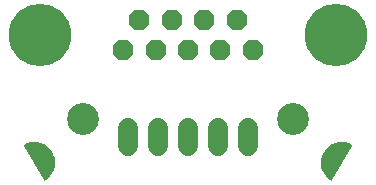
<source format=gbr>
G04 EAGLE Gerber RS-274X export*
G75*
%MOMM*%
%FSLAX34Y34*%
%LPD*%
%INSoldermask Top*%
%IPPOS*%
%AMOC8*
5,1,8,0,0,1.08239X$1,22.5*%
G01*
%ADD10P,1.869504X8X22.500000*%
%ADD11C,5.283200*%
%ADD12C,1.203200*%
%ADD13C,2.703200*%
%ADD14C,1.727200*%

G36*
X57677Y62210D02*
X57677Y62210D01*
X57748Y62207D01*
X57775Y62217D01*
X57804Y62219D01*
X57894Y62261D01*
X57934Y62276D01*
X57942Y62284D01*
X57955Y62290D01*
X60258Y63889D01*
X60282Y63915D01*
X60322Y63942D01*
X62331Y65899D01*
X62350Y65928D01*
X62385Y65961D01*
X64044Y68222D01*
X64059Y68253D01*
X64088Y68292D01*
X65352Y70795D01*
X65361Y70829D01*
X65383Y70872D01*
X66219Y73549D01*
X66222Y73583D01*
X66237Y73629D01*
X66620Y76408D01*
X66618Y76442D01*
X66624Y76490D01*
X66545Y79293D01*
X66537Y79327D01*
X66536Y79375D01*
X65997Y82127D01*
X65983Y82159D01*
X65974Y82207D01*
X64989Y84832D01*
X64974Y84857D01*
X64969Y84877D01*
X64961Y84888D01*
X64954Y84907D01*
X63550Y87335D01*
X63527Y87361D01*
X63503Y87403D01*
X61719Y89566D01*
X61692Y89588D01*
X61661Y89625D01*
X59545Y91466D01*
X59515Y91483D01*
X59479Y91515D01*
X57088Y92982D01*
X57056Y92993D01*
X57015Y93019D01*
X54416Y94072D01*
X54382Y94079D01*
X54337Y94097D01*
X51600Y94708D01*
X51565Y94709D01*
X51518Y94720D01*
X48718Y94872D01*
X48684Y94867D01*
X48636Y94870D01*
X45848Y94560D01*
X45815Y94549D01*
X45767Y94544D01*
X43069Y93779D01*
X43039Y93763D01*
X42992Y93750D01*
X40457Y92551D01*
X40433Y92534D01*
X40406Y92524D01*
X40354Y92475D01*
X40297Y92432D01*
X40283Y92407D01*
X40262Y92387D01*
X40233Y92322D01*
X40197Y92261D01*
X40194Y92232D01*
X40182Y92205D01*
X40181Y92134D01*
X40172Y92063D01*
X40180Y92035D01*
X40180Y92006D01*
X40214Y91913D01*
X40226Y91872D01*
X40233Y91863D01*
X40238Y91850D01*
X57238Y62450D01*
X57257Y62428D01*
X57270Y62402D01*
X57323Y62354D01*
X57370Y62301D01*
X57396Y62289D01*
X57418Y62269D01*
X57485Y62246D01*
X57549Y62216D01*
X57578Y62214D01*
X57606Y62205D01*
X57677Y62210D01*
G37*
G36*
X300496Y62211D02*
X300496Y62211D01*
X300567Y62210D01*
X300594Y62221D01*
X300623Y62225D01*
X300685Y62259D01*
X300750Y62287D01*
X300771Y62308D01*
X300796Y62322D01*
X300859Y62398D01*
X300889Y62429D01*
X300893Y62439D01*
X300902Y62450D01*
X317902Y91850D01*
X317911Y91878D01*
X317928Y91902D01*
X317943Y91971D01*
X317965Y92039D01*
X317963Y92068D01*
X317969Y92096D01*
X317956Y92166D01*
X317950Y92237D01*
X317937Y92263D01*
X317931Y92291D01*
X317891Y92350D01*
X317859Y92413D01*
X317836Y92432D01*
X317820Y92456D01*
X317738Y92513D01*
X317705Y92540D01*
X317695Y92543D01*
X317683Y92551D01*
X315148Y93750D01*
X315114Y93758D01*
X315071Y93779D01*
X312373Y94544D01*
X312338Y94546D01*
X312292Y94560D01*
X309504Y94870D01*
X309470Y94867D01*
X309422Y94872D01*
X306622Y94720D01*
X306588Y94711D01*
X306540Y94708D01*
X303803Y94097D01*
X303771Y94083D01*
X303724Y94072D01*
X301125Y93019D01*
X301096Y93000D01*
X301052Y92982D01*
X298661Y91515D01*
X298636Y91491D01*
X298595Y91466D01*
X296479Y89625D01*
X296458Y89598D01*
X296421Y89566D01*
X294637Y87403D01*
X294621Y87372D01*
X294590Y87335D01*
X293186Y84907D01*
X293175Y84874D01*
X293168Y84861D01*
X293158Y84847D01*
X293158Y84844D01*
X293151Y84832D01*
X292166Y82207D01*
X292160Y82172D01*
X292143Y82127D01*
X291604Y79375D01*
X291604Y79341D01*
X291595Y79293D01*
X291516Y76490D01*
X291522Y76456D01*
X291520Y76408D01*
X291903Y73629D01*
X291915Y73597D01*
X291921Y73549D01*
X292757Y70872D01*
X292774Y70841D01*
X292788Y70795D01*
X294052Y68292D01*
X294074Y68265D01*
X294096Y68222D01*
X295755Y65961D01*
X295781Y65938D01*
X295809Y65899D01*
X297818Y63942D01*
X297847Y63923D01*
X297882Y63889D01*
X300185Y62290D01*
X300212Y62278D01*
X300235Y62260D01*
X300303Y62239D01*
X300368Y62211D01*
X300397Y62211D01*
X300425Y62203D01*
X300496Y62211D01*
G37*
D10*
X124206Y172720D03*
X151638Y172720D03*
X179070Y172720D03*
X206502Y172720D03*
X233934Y172720D03*
X137922Y198120D03*
X165354Y198120D03*
X192786Y198120D03*
X220218Y198120D03*
D11*
X53848Y185420D03*
X304292Y185420D03*
D12*
X302970Y80900D03*
X55170Y80900D03*
D13*
X90170Y114300D03*
X267970Y114300D03*
D14*
X229870Y106680D02*
X229870Y91440D01*
X204470Y91440D02*
X204470Y106680D01*
X179070Y106680D02*
X179070Y91440D01*
X153670Y91440D02*
X153670Y106680D01*
X128270Y106680D02*
X128270Y91440D01*
M02*

</source>
